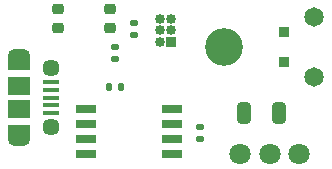
<source format=gts>
G04 #@! TF.GenerationSoftware,KiCad,Pcbnew,7.0.6*
G04 #@! TF.CreationDate,2023-11-30T23:44:17-05:00*
G04 #@! TF.ProjectId,Interruptor,496e7465-7272-4757-9074-6f722e6b6963,1.0*
G04 #@! TF.SameCoordinates,Original*
G04 #@! TF.FileFunction,Soldermask,Top*
G04 #@! TF.FilePolarity,Negative*
%FSLAX46Y46*%
G04 Gerber Fmt 4.6, Leading zero omitted, Abs format (unit mm)*
G04 Created by KiCad (PCBNEW 7.0.6) date 2023-11-30 23:44:17*
%MOMM*%
%LPD*%
G01*
G04 APERTURE LIST*
G04 Aperture macros list*
%AMRoundRect*
0 Rectangle with rounded corners*
0 $1 Rounding radius*
0 $2 $3 $4 $5 $6 $7 $8 $9 X,Y pos of 4 corners*
0 Add a 4 corners polygon primitive as box body*
4,1,4,$2,$3,$4,$5,$6,$7,$8,$9,$2,$3,0*
0 Add four circle primitives for the rounded corners*
1,1,$1+$1,$2,$3*
1,1,$1+$1,$4,$5*
1,1,$1+$1,$6,$7*
1,1,$1+$1,$8,$9*
0 Add four rect primitives between the rounded corners*
20,1,$1+$1,$2,$3,$4,$5,0*
20,1,$1+$1,$4,$5,$6,$7,0*
20,1,$1+$1,$6,$7,$8,$9,0*
20,1,$1+$1,$8,$9,$2,$3,0*%
G04 Aperture macros list end*
%ADD10R,1.350000X0.400000*%
%ADD11O,1.900000X1.200000*%
%ADD12R,1.900000X1.200000*%
%ADD13C,1.450000*%
%ADD14R,1.900000X1.500000*%
%ADD15C,1.650000*%
%ADD16C,3.200000*%
%ADD17R,0.900000X0.900000*%
%ADD18RoundRect,0.250000X-0.325000X-0.650000X0.325000X-0.650000X0.325000X0.650000X-0.325000X0.650000X0*%
%ADD19RoundRect,0.135000X-0.185000X0.135000X-0.185000X-0.135000X0.185000X-0.135000X0.185000X0.135000X0*%
%ADD20RoundRect,0.218750X0.256250X-0.218750X0.256250X0.218750X-0.256250X0.218750X-0.256250X-0.218750X0*%
%ADD21RoundRect,0.135000X0.185000X-0.135000X0.185000X0.135000X-0.185000X0.135000X-0.185000X-0.135000X0*%
%ADD22R,1.700000X0.650000*%
%ADD23R,0.850000X0.850000*%
%ADD24O,0.850000X0.850000*%
%ADD25RoundRect,0.135000X-0.135000X-0.185000X0.135000X-0.185000X0.135000X0.185000X-0.135000X0.185000X0*%
%ADD26C,1.800000*%
G04 APERTURE END LIST*
D10*
X135800000Y-95600000D03*
X135800000Y-96250000D03*
X135800000Y-96900000D03*
X135800000Y-97550000D03*
X135800000Y-98200000D03*
D11*
X133100000Y-93400000D03*
D12*
X133100000Y-94000000D03*
D13*
X135800000Y-94400000D03*
D14*
X133100000Y-95900000D03*
X133100000Y-97900000D03*
D13*
X135800000Y-99400000D03*
D12*
X133100000Y-99800000D03*
D11*
X133100000Y-100400000D03*
D15*
X158092500Y-90060000D03*
D16*
X150472500Y-92600000D03*
D15*
X158092500Y-95140000D03*
D17*
X155552500Y-91330000D03*
X155552500Y-93870000D03*
D18*
X152125000Y-98200000D03*
X155075000Y-98200000D03*
D19*
X141200000Y-92580000D03*
X141200000Y-93600000D03*
D20*
X140800000Y-90975000D03*
X140800000Y-89400000D03*
X136400000Y-91000000D03*
X136400000Y-89425000D03*
D21*
X142800000Y-91600000D03*
X142800000Y-90580000D03*
D22*
X138750000Y-97895000D03*
X138750000Y-99165000D03*
X138750000Y-100435000D03*
X138750000Y-101705000D03*
X146050000Y-101705000D03*
X146050000Y-100435000D03*
X146050000Y-99165000D03*
X146050000Y-97895000D03*
D23*
X146000000Y-92200000D03*
D24*
X145000000Y-92200000D03*
X146000000Y-91200000D03*
X145000000Y-91200000D03*
X146000000Y-90200000D03*
X145000000Y-90200000D03*
D19*
X148400000Y-99380000D03*
X148400000Y-100400000D03*
D25*
X140690000Y-96000000D03*
X141710000Y-96000000D03*
D26*
X156800000Y-101700000D03*
X154300000Y-101700000D03*
X151800000Y-101700000D03*
M02*

</source>
